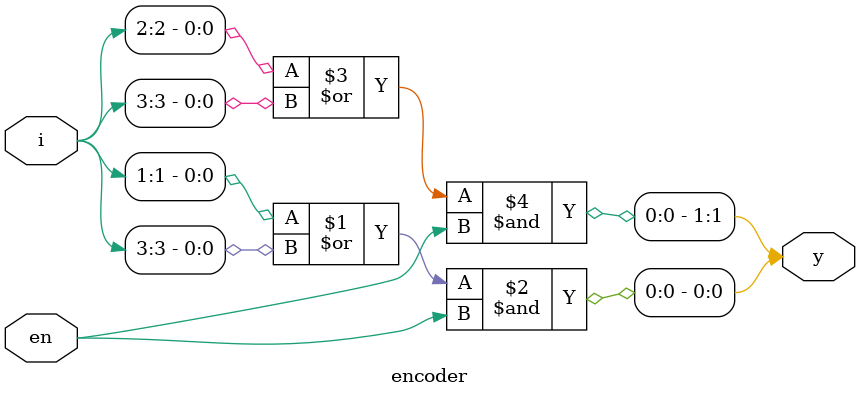
<source format=v>
module encoder(input [3:0]i,input en,output [1:0]y);
            
            assign y[0] = (i[1]|i[3]) & en;
            assign y[1] = (i[2]|i[3]) & en;

endmodule

</source>
